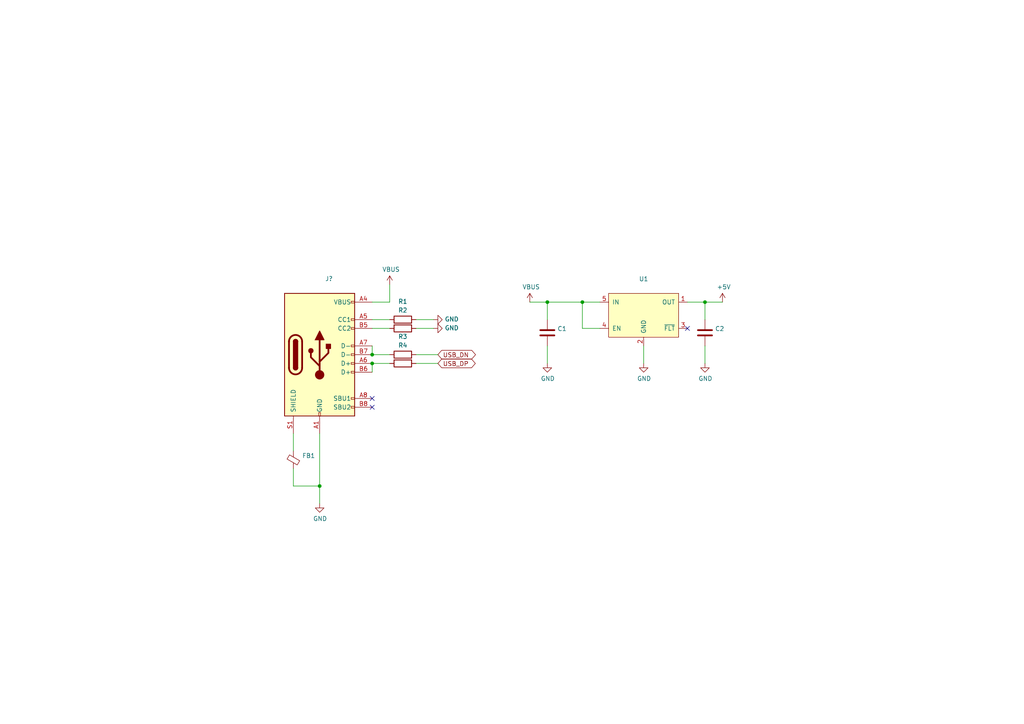
<source format=kicad_sch>
(kicad_sch (version 20211123) (generator eeschema)
  (paper "A4")
  (title_block (title "NuDAC") (date "2021-06-02") (rev "1.0.0") (company "DANCHOUZHOU") (comment 1 "Copyright © Danny Chou, all rights reserved.") (comment 2 "danchouzhou@gmail.com"))
  (lib_symbols
    (symbol "NuDAC-rescue:+5V-power" (power) (pin_names (offset 0))
      (property "Value" "+5V-power" (at 0 3.556 0))
      (symbol "+5V-power_0_1"
        (polyline (pts (xy -0.762 1.27) (xy 0 2.54)))
        (polyline (pts (xy 0 0) (xy 0 2.54)))
        (polyline (pts (xy 0 2.54) (xy 0.762 1.27)))
      )
      (symbol "+5V-power_1_1"
        (pin power_in line (at 0 0 90) (length 0) hide (name "+5V") (number "1"))
      )
    )
    (symbol "NuDAC-rescue:C-Device" (pin_numbers hide) (pin_names (offset 0.254))
      (property "Reference" "C" (at 0.635 2.54 0))
      (property "Value" "C-Device" (at 0.635 -2.54 0))
      (symbol "C-Device_0_1"
        (polyline (pts (xy -2.032 -0.762) (xy 2.032 -0.762)) (stroke (width 0.508)))
        (polyline (pts (xy -2.032 0.762) (xy 2.032 0.762)) (stroke (width 0.508)))
      )
      (symbol "C-Device_1_1"
        (pin passive line (at 0 3.81 270) (length 2.794) (name "~") (number "1"))
        (pin passive line (at 0 -3.81 90) (length 2.794) (name "~") (number "2"))
      )
    )
    (symbol "NuDAC-rescue:Ferrite_Bead_Small-Device" (pin_numbers hide) (pin_names (offset 0))
      (property "Reference" "FB" (at 1.905 1.27 0))
      (property "Value" "Ferrite_Bead_Small-Device" (at 1.905 -1.27 0))
      (symbol "Ferrite_Bead_Small-Device_0_1"
        (polyline (pts (xy 0 -1.27) (xy 0 -0.7874)))
        (polyline (pts (xy 0 0.889) (xy 0 1.2954)))
        (polyline (pts (xy -1.8288 0.2794) (xy -1.1176 1.4986) (xy 1.8288 -0.2032) (xy 1.1176 -1.4224) (xy -1.8288 0.2794)))
      )
      (symbol "Ferrite_Bead_Small-Device_1_1"
        (pin passive line (at 0 2.54 270) (length 1.27) (name "~") (number "1"))
        (pin passive line (at 0 -2.54 90) (length 1.27) (name "~") (number "2"))
      )
    )
    (symbol "NuDAC-rescue:GND-power" (power) (pin_names (offset 0))
      (property "Value" "GND-power" (at 0 -3.81 0))
      (symbol "GND-power_0_1"
        (polyline (pts (xy 0 0) (xy 0 -1.27) (xy 1.27 -1.27) (xy 0 -2.54) (xy -1.27 -1.27) (xy 0 -1.27)))
      )
      (symbol "GND-power_1_1"
        (pin power_in line (at 0 0 270) (length 0) hide (name "GND") (number "1"))
      )
    )
    (symbol "NuDAC-rescue:R-Device" (pin_numbers hide) (pin_names (offset 0))
      (property "Reference" "R" (at 2.032 0 90))
      (property "Value" "R-Device" (at 0 0 90))
      (symbol "R-Device_0_1"
        (rectangle (start -1.016 -2.54) (end 1.016 2.54) (stroke (width 0.254)))
      )
      (symbol "R-Device_1_1"
        (pin passive line (at 0 3.81 270) (length 1.27) (name "~") (number "1"))
        (pin passive line (at 0 -3.81 90) (length 1.27) (name "~") (number "2"))
      )
    )
    (symbol "NuDAC-rescue:USB_C_Receptacle_USB2.0-Connector" (pin_names (offset 1.016))
      (property "Reference" "J" (at -10.16 19.05 0))
      (property "Value" "USB_C_Receptacle_USB2.0-Connector" (at 19.05 19.05 0))
      (symbol "USB_C_Receptacle_USB2.0-Connector_0_0"
        (rectangle (start -0.254 -17.78) (end 0.254 -16.764))
        (rectangle (start 10.16 -14.986) (end 9.144 -15.494))
        (rectangle (start 10.16 -12.446) (end 9.144 -12.954))
        (rectangle (start 10.16 -4.826) (end 9.144 -5.334))
        (rectangle (start 10.16 -2.286) (end 9.144 -2.794))
        (rectangle (start 10.16 0.254) (end 9.144 -0.254))
        (rectangle (start 10.16 2.794) (end 9.144 2.286))
        (rectangle (start 10.16 7.874) (end 9.144 7.366))
        (rectangle (start 10.16 10.414) (end 9.144 9.906))
        (rectangle (start 10.16 15.494) (end 9.144 14.986))
      )
      (symbol "USB_C_Receptacle_USB2.0-Connector_0_1"
        (rectangle (start -10.16 17.78) (end 10.16 -17.78) (stroke (width 0.254)) (fill (type background)))
        (arc (start -8.89 -3.81) (mid -6.985 -5.715) (end -5.08 -3.81) (stroke (width 0.508)))
        (arc (start -7.62 -3.81) (mid -6.985 -4.445) (end -6.35 -3.81) (stroke (width 0.254)))
        (arc (start -7.62 -3.81) (mid -6.985 -4.445) (end -6.35 -3.81) (stroke (width 0.254)) (fill (type outline)))
        (rectangle (start -7.62 -3.81) (end -6.35 3.81) (stroke (width 0.254)) (fill (type outline)))
        (arc (start -6.35 3.81) (mid -6.985 4.445) (end -7.62 3.81) (stroke (width 0.254)))
        (arc (start -6.35 3.81) (mid -6.985 4.445) (end -7.62 3.81) (stroke (width 0.254)) (fill (type outline)))
        (arc (start -5.08 3.81) (mid -6.985 5.715) (end -8.89 3.81) (stroke (width 0.508)))
        (circle (center -2.54 1.143) (radius 0.635) (stroke (width 0.254)) (fill (type outline)))
        (circle (center 0 -5.842) (radius 1.27) (fill (type outline)))
        (polyline (pts (xy -8.89 -3.81) (xy -8.89 3.81)) (stroke (width 0.508)))
        (polyline (pts (xy -5.08 3.81) (xy -5.08 -3.81)) (stroke (width 0.508)))
        (polyline (pts (xy 0 -5.842) (xy 0 4.318)) (stroke (width 0.508)))
        (polyline (pts (xy 0 -3.302) (xy -2.54 -0.762) (xy -2.54 0.508)) (stroke (width 0.508)))
        (polyline (pts (xy 0 -2.032) (xy 2.54 0.508) (xy 2.54 1.778)) (stroke (width 0.508)))
        (polyline (pts (xy -1.27 4.318) (xy 0 6.858) (xy 1.27 4.318) (xy -1.27 4.318)) (stroke (width 0.254)) (fill (type outline)))
        (rectangle (start 1.905 1.778) (end 3.175 3.048) (stroke (width 0.254)) (fill (type outline)))
      )
      (symbol "USB_C_Receptacle_USB2.0-Connector_1_1"
        (pin power_in line (at 0 -22.86 90) (length 5.08) (name "GND") (number "A1"))
        (pin passive line (at 0 -22.86 90) (length 5.08) hide (name "GND") (number "A12"))
        (pin power_in line (at 15.24 15.24 180) (length 5.08) (name "VBUS") (number "A4"))
        (pin bidirectional line (at 15.24 10.16 180) (length 5.08) (name "CC1") (number "A5"))
        (pin bidirectional line (at 15.24 -2.54 180) (length 5.08) (name "D+") (number "A6"))
        (pin bidirectional line (at 15.24 2.54 180) (length 5.08) (name "D-") (number "A7"))
        (pin bidirectional line (at 15.24 -12.7 180) (length 5.08) (name "SBU1") (number "A8"))
        (pin passive line (at 15.24 15.24 180) (length 5.08) hide (name "VBUS") (number "A9"))
        (pin passive line (at 0 -22.86 90) (length 5.08) hide (name "GND") (number "B1"))
        (pin passive line (at 0 -22.86 90) (length 5.08) hide (name "GND") (number "B12"))
        (pin passive line (at 15.24 15.24 180) (length 5.08) hide (name "VBUS") (number "B4"))
        (pin bidirectional line (at 15.24 7.62 180) (length 5.08) (name "CC2") (number "B5"))
        (pin bidirectional line (at 15.24 -5.08 180) (length 5.08) (name "D+") (number "B6"))
        (pin bidirectional line (at 15.24 0 180) (length 5.08) (name "D-") (number "B7"))
        (pin bidirectional line (at 15.24 -15.24 180) (length 5.08) (name "SBU2") (number "B8"))
        (pin passive line (at 15.24 15.24 180) (length 5.08) hide (name "VBUS") (number "B9"))
        (pin passive line (at -7.62 -22.86 90) (length 5.08) (name "SHIELD") (number "S1"))
      )
    )
    (symbol "NuDAC-rescue:VBUS-power" (power) (pin_names (offset 0))
      (property "Value" "VBUS-power" (at 0 3.81 0))
      (symbol "VBUS-power_0_1"
        (polyline (pts (xy -0.762 1.27) (xy 0 2.54)))
        (polyline (pts (xy 0 0) (xy 0 2.54)))
        (polyline (pts (xy 0 2.54) (xy 0.762 1.27)))
      )
      (symbol "VBUS-power_1_1"
        (pin power_in line (at 0 0 90) (length 0) hide (name "VBUS") (number "1"))
      )
    )
    (symbol "TPS2065CDBVR-2:TPS2065CDBVR-2" (pin_names (offset 1.016))
      (property "Reference" "U" (at 0 10.16 0))
      (property "Value" "TPS2065CDBVR-2" (at 0 7.62 0))
      (symbol "TPS2065CDBVR-2_0_0"
        (pin power_out line (at 12.7 3.81 180) (length 2.54) (name "OUT") (number "1"))
        (pin power_out line (at 0 -8.89 90) (length 2.54) (name "GND") (number "2"))
        (pin output line (at 12.7 -3.81 180) (length 2.54) (name "~{FLT}") (number "3"))
        (pin input line (at -12.7 -3.81 0) (length 2.54) (name "EN") (number "4"))
        (pin power_in line (at -12.7 3.81 0) (length 2.54) (name "IN") (number "5"))
      )
      (symbol "TPS2065CDBVR-2_0_1"
        (rectangle (start -10.16 6.35) (end 10.16 -6.35) (fill (type background)))
      )
    )
  )
  (junction (at 168.91 87.63))
  (junction (at 107.95 102.87))
  (junction (at 204.47 87.63))
  (junction (at 158.75 87.63))
  (junction (at 107.95 105.41))
  (junction (at 92.71 140.97))
  (no_connect (at 107.95 118.11))
  (no_connect (at 107.95 115.57))
  (no_connect (at 199.39 95.25))
  (wire (pts (xy 107.95 95.25) (xy 113.03 95.25)))
  (wire (pts (xy 125.73 92.71) (xy 120.65 92.71)))
  (wire (pts (xy 186.69 100.33) (xy 186.69 105.41)))
  (wire (pts (xy 158.75 87.63) (xy 158.75 92.71)))
  (wire (pts (xy 120.65 102.87) (xy 127 102.87)))
  (wire (pts (xy 107.95 100.33) (xy 107.95 102.87)))
  (wire (pts (xy 107.95 105.41) (xy 107.95 107.95)))
  (wire (pts (xy 92.71 140.97) (xy 92.71 146.05)))
  (wire (pts (xy 173.99 87.63) (xy 168.91 87.63)))
  (wire (pts (xy 107.95 105.41) (xy 113.03 105.41)))
  (wire (pts (xy 199.39 87.63) (xy 204.47 87.63)))
  (wire (pts (xy 113.03 87.63) (xy 113.03 82.55)))
  (wire (pts (xy 107.95 92.71) (xy 113.03 92.71)))
  (wire (pts (xy 107.95 102.87) (xy 113.03 102.87)))
  (wire (pts (xy 92.71 125.73) (xy 92.71 140.97)))
  (wire (pts (xy 125.73 95.25) (xy 120.65 95.25)))
  (wire (pts (xy 204.47 87.63) (xy 204.47 92.71)))
  (wire (pts (xy 107.95 87.63) (xy 113.03 87.63)))
  (wire (pts (xy 168.91 95.25) (xy 173.99 95.25)))
  (wire (pts (xy 158.75 100.33) (xy 158.75 105.41)))
  (wire (pts (xy 85.09 125.73) (xy 85.09 130.81)))
  (wire (pts (xy 168.91 87.63) (xy 168.91 95.25)))
  (wire (pts (xy 85.09 135.89) (xy 85.09 140.97)))
  (wire (pts (xy 209.55 87.63) (xy 204.47 87.63)))
  (wire (pts (xy 85.09 140.97) (xy 92.71 140.97)))
  (wire (pts (xy 127 105.41) (xy 120.65 105.41)))
  (wire (pts (xy 204.47 105.41) (xy 204.47 100.33)))
  (wire (pts (xy 168.91 87.63) (xy 158.75 87.63)))
  (wire (pts (xy 153.67 87.63) (xy 158.75 87.63)))
  (global_label "USB_DN" (shape bidirectional) (at 127 102.87 0) (property "Intersheet References" "${INTERSHEET_REFS}" (effects hide)))
  (global_label "USB_DP" (shape bidirectional) (at 127 105.41 0) (property "Intersheet References" "${INTERSHEET_REFS}" (effects hide)))
  (symbol (lib_id "NuDAC-rescue:USB_C_Receptacle_USB2.0-Connector") (at 92.71 102.87 0) (unit 1)
    (property "Reference" "J?" (at 95.4278 80.8482 0))
    (property "Datasheet" "https://www.usb.org/sites/default/files/documents/usb_type-c.zip" (effects hide))
  )
  (symbol (lib_id "NuDAC-rescue:R-Device") (at 116.84 92.71 270) (unit 1)
    (property "Reference" "R1" (at 116.84 87.4522 90))
  )
  (symbol (lib_id "NuDAC-rescue:R-Device") (at 116.84 95.25 270) (unit 1)
    (property "Reference" "R2" (at 116.84 89.9922 90))
  )
  (symbol (lib_id "NuDAC-rescue:GND-power") (at 125.73 92.71 90) (unit 1)
    (property "Reference" "#PWR03" (effects hide))
  )
  (symbol (lib_id "NuDAC-rescue:GND-power") (at 125.73 95.25 90) (unit 1)
    (property "Reference" "#PWR04" (effects hide))
  )
  (symbol (lib_id "NuDAC-rescue:VBUS-power") (at 113.03 82.55 0) (unit 1)
    (property "Reference" "#PWR02" (effects hide))
  )
  (symbol (lib_id "NuDAC-rescue:R-Device") (at 116.84 102.87 270) (unit 1)
    (property "Reference" "R3" (at 116.84 97.6122 90))
  )
  (symbol (lib_id "NuDAC-rescue:R-Device") (at 116.84 105.41 270) (unit 1)
    (property "Reference" "R4" (at 116.84 100.1522 90))
  )
  (symbol (lib_id "NuDAC-rescue:Ferrite_Bead_Small-Device") (at 85.09 133.35 180) (unit 1)
    (property "Reference" "FB1" (at 87.63 132.1816 0) (effects (justify right)))
  )
  (symbol (lib_id "NuDAC-rescue:GND-power") (at 92.71 146.05 0) (unit 1)
    (property "Reference" "#PWR01" (effects hide))
  )
  (symbol (lib_id "TPS2065CDBVR-2:TPS2065CDBVR-2") (at 186.69 91.44 0) (unit 1)
    (property "Reference" "U1" (at 186.69 80.899 0))
  )
  (symbol (lib_id "NuDAC-rescue:C-Device") (at 158.75 96.52 0) (unit 1)
    (property "Reference" "C1" (at 161.671 95.3516 0) (effects (justify left)))
  )
  (symbol (lib_id "NuDAC-rescue:VBUS-power") (at 153.67 87.63 0) (unit 1)
    (property "Reference" "#PWR05" (effects hide))
  )
  (symbol (lib_id "NuDAC-rescue:GND-power") (at 158.75 105.41 0) (unit 1)
    (property "Reference" "#PWR06" (effects hide))
  )
  (symbol (lib_id "NuDAC-rescue:GND-power") (at 186.69 105.41 0) (unit 1)
    (property "Reference" "#PWR07" (effects hide))
  )
  (symbol (lib_id "NuDAC-rescue:+5V-power") (at 209.55 87.63 0) (unit 1)
    (property "Reference" "#PWR09" (effects hide))
  )
  (symbol (lib_id "NuDAC-rescue:C-Device") (at 204.47 96.52 0) (unit 1)
    (property "Reference" "C2" (at 207.391 95.3516 0) (effects (justify left)))
  )
  (symbol (lib_id "NuDAC-rescue:GND-power") (at 204.47 105.41 0) (unit 1)
    (property "Reference" "#PWR08" (effects hide))
  )
)
</source>
